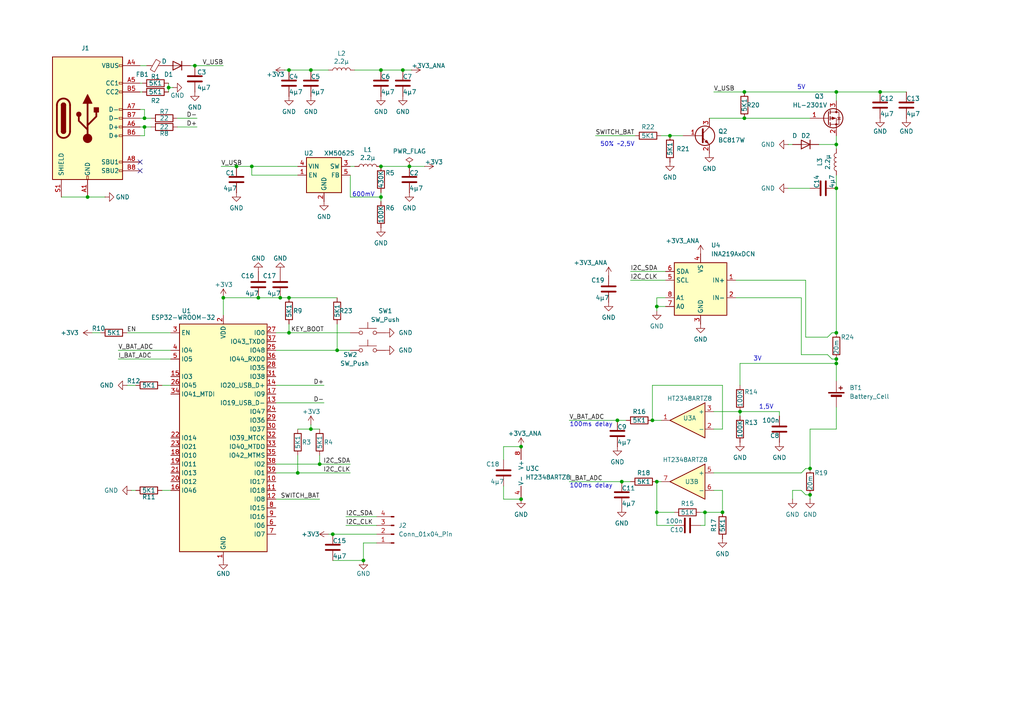
<source format=kicad_sch>
(kicad_sch (version 20231120) (generator "eeschema") (generator_version "8.0")
  (paper "A4")
  (junction (at 151.13 129.54))
  (junction (at 242.57 26.67))
  (junction (at 215.9 34.29))
  (junction (at 83.82 20.32))
  (junction (at 110.49 20.32))
  (junction (at 105.41 162.56))
  (junction (at 242.57 105.41))
  (junction (at 56.515 19.05))
  (junction (at 48.895 25.4))
  (junction (at 242.57 41.91))
  (junction (at 179.07 121.92))
  (junction (at 25.4 57.15))
  (junction (at 74.93 86.36))
  (junction (at 90.17 20.32))
  (junction (at 73.025 48.26))
  (junction (at 190.5 139.7))
  (junction (at 92.71 134.62))
  (junction (at 90.17 124.46))
  (junction (at 64.77 86.36))
  (junction (at 83.82 86.36))
  (junction (at 189.23 121.92))
  (junction (at 86.36 137.16))
  (junction (at 83.82 96.52))
  (junction (at 118.745 48.26) (diameter 0.9144))
  (junction (at 180.34 139.7))
  (junction (at 255.27 26.67))
  (junction (at 242.57 54.61))
  (junction (at 110.49 57.15) (diameter 0.9144))
  (junction (at 110.49 48.26))
  (junction (at 68.58 48.26))
  (junction (at 41.91 34.29))
  (junction (at 215.9 26.67))
  (junction (at 190.5 148.59))
  (junction (at 234.95 135.89))
  (junction (at 97.79 101.6))
  (junction (at 116.84 20.32))
  (junction (at 234.95 143.51))
  (junction (at 81.28 86.36))
  (junction (at 204.47 148.59))
  (junction (at 194.31 39.37))
  (junction (at 151.13 144.78))
  (junction (at 41.91 36.83))
  (junction (at 190.5 88.9))
  (junction (at 214.63 119.38))
  (junction (at 96.52 154.94))
  (junction (at 242.57 104.14))
  (junction (at 209.55 148.59))
  (junction (at 242.57 96.52))
  (no_connect (at 40.64 46.99))
  (no_connect (at 40.64 49.53))
  (wire (pts (xy 64.77 86.36) (xy 74.93 86.36)))
  (wire (pts (xy 80.01 116.84) (xy 93.98 116.84)))
  (wire (pts (xy 110.49 20.32) (xy 116.84 20.32)))
  (wire (pts (xy 90.17 124.46) (xy 86.36 124.46)))
  (wire (pts (xy 48.895 25.4) (xy 48.895 26.67)))
  (wire (pts (xy 110.49 57.15) (xy 110.49 58.42)))
  (wire (pts (xy 207.01 119.38) (xy 214.63 119.38)))
  (wire (pts (xy 242.57 105.41) (xy 242.57 110.49)))
  (wire (pts (xy 146.05 144.78) (xy 151.13 144.78)))
  (wire (pts (xy 242.57 54.61) (xy 242.57 96.52)))
  (wire (pts (xy 232.41 142.24) (xy 233.68 143.51)))
  (wire (pts (xy 38.1 142.24) (xy 39.37 142.24)))
  (wire (pts (xy 82.55 20.32) (xy 83.82 20.32)))
  (wire (pts (xy 214.63 119.38) (xy 214.63 120.65)))
  (wire (pts (xy 233.68 135.89) (xy 234.95 135.89)))
  (wire (pts (xy 40.64 36.83) (xy 41.91 36.83)))
  (wire (pts (xy 214.63 111.76) (xy 214.63 105.41)))
  (wire (pts (xy 194.31 39.37) (xy 198.12 39.37)))
  (wire (pts (xy 40.64 34.29) (xy 41.91 34.29)))
  (wire (pts (xy 203.2 152.4) (xy 204.47 152.4)))
  (wire (pts (xy 234.95 143.51) (xy 234.95 144.78)))
  (wire (pts (xy 190.5 148.59) (xy 190.5 139.7)))
  (wire (pts (xy 229.87 142.24) (xy 232.41 142.24)))
  (wire (pts (xy 92.71 134.62) (xy 101.6 134.62)))
  (wire (pts (xy 189.23 121.92) (xy 191.77 121.92)))
  (wire (pts (xy 102.87 48.26) (xy 101.6 48.26)))
  (wire (pts (xy 25.4 57.15) (xy 30.48 57.15)))
  (wire (pts (xy 232.41 137.16) (xy 233.68 135.89)))
  (wire (pts (xy 146.05 140.97) (xy 146.05 144.78)))
  (wire (pts (xy 172.72 39.37) (xy 184.15 39.37)))
  (wire (pts (xy 213.36 81.28) (xy 233.68 81.28)))
  (wire (pts (xy 189.23 111.76) (xy 189.23 121.92)))
  (wire (pts (xy 233.68 97.79) (xy 240.03 97.79)))
  (wire (pts (xy 226.06 119.38) (xy 214.63 119.38)))
  (wire (pts (xy 80.01 134.62) (xy 92.71 134.62)))
  (wire (pts (xy 41.91 34.29) (xy 43.815 34.29)))
  (wire (pts (xy 207.01 137.16) (xy 232.41 137.16)))
  (wire (pts (xy 242.57 26.67) (xy 255.27 26.67)))
  (wire (pts (xy 80.01 137.16) (xy 86.36 137.16)))
  (wire (pts (xy 118.745 48.26) (xy 123.19 48.26)))
  (wire (pts (xy 74.93 86.36) (xy 81.28 86.36)))
  (wire (pts (xy 80.01 101.6) (xy 97.79 101.6)))
  (wire (pts (xy 189.23 111.76) (xy 209.55 111.76)))
  (wire (pts (xy 73.025 48.26) (xy 86.36 48.26)))
  (wire (pts (xy 213.36 86.36) (xy 232.41 86.36)))
  (wire (pts (xy 182.88 78.74) (xy 193.04 78.74)))
  (wire (pts (xy 204.47 148.59) (xy 209.55 148.59)))
  (wire (pts (xy 182.88 81.28) (xy 193.04 81.28)))
  (wire (pts (xy 86.36 132.08) (xy 86.36 137.16)))
  (wire (pts (xy 242.57 39.37) (xy 242.57 41.91)))
  (wire (pts (xy 49.53 111.76) (xy 46.99 111.76)))
  (wire (pts (xy 240.03 97.79) (xy 241.3 96.52)))
  (wire (pts (xy 40.64 19.05) (xy 42.545 19.05)))
  (wire (pts (xy 68.58 48.26) (xy 73.025 48.26)))
  (wire (pts (xy 105.41 162.56) (xy 105.41 157.48)))
  (wire (pts (xy 190.5 86.36) (xy 190.5 88.9)))
  (wire (pts (xy 55.245 19.05) (xy 56.515 19.05)))
  (wire (pts (xy 40.64 31.75) (xy 41.91 31.75)))
  (wire (pts (xy 226.06 120.65) (xy 226.06 119.38)))
  (wire (pts (xy 242.57 118.11) (xy 242.57 124.46)))
  (wire (pts (xy 40.64 24.13) (xy 41.275 24.13)))
  (wire (pts (xy 105.41 157.48) (xy 109.22 157.48)))
  (wire (pts (xy 36.83 111.76) (xy 39.37 111.76)))
  (wire (pts (xy 56.515 19.05) (xy 64.77 19.05)))
  (wire (pts (xy 41.91 31.75) (xy 41.91 34.29)))
  (wire (pts (xy 242.57 50.8) (xy 242.57 54.61)))
  (wire (pts (xy 34.29 101.6) (xy 49.53 101.6)))
  (wire (pts (xy 80.01 144.78) (xy 92.71 144.78)))
  (wire (pts (xy 102.87 20.32) (xy 110.49 20.32)))
  (wire (pts (xy 229.87 142.24) (xy 229.87 144.78)))
  (wire (pts (xy 232.41 86.36) (xy 232.41 102.87)))
  (wire (pts (xy 97.79 93.98) (xy 97.79 101.6)))
  (wire (pts (xy 205.74 34.29) (xy 215.9 34.29)))
  (wire (pts (xy 116.84 20.32) (xy 119.38 20.32)))
  (wire (pts (xy 95.25 154.94) (xy 96.52 154.94)))
  (wire (pts (xy 83.82 86.36) (xy 97.79 86.36)))
  (wire (pts (xy 215.9 34.29) (xy 234.95 34.29)))
  (wire (pts (xy 214.63 105.41) (xy 242.57 105.41)))
  (wire (pts (xy 96.52 154.94) (xy 109.22 154.94)))
  (wire (pts (xy 209.55 142.24) (xy 209.55 148.59)))
  (wire (pts (xy 255.27 26.67) (xy 262.89 26.67)))
  (wire (pts (xy 190.5 139.7) (xy 191.77 139.7)))
  (wire (pts (xy 83.82 96.52) (xy 101.6 96.52)))
  (wire (pts (xy 26.67 96.52) (xy 29.21 96.52)))
  (wire (pts (xy 40.64 26.67) (xy 41.275 26.67)))
  (wire (pts (xy 228.6 41.91) (xy 229.87 41.91)))
  (wire (pts (xy 207.01 124.46) (xy 209.55 124.46)))
  (wire (pts (xy 90.17 123.19) (xy 90.17 124.46)))
  (wire (pts (xy 242.57 26.67) (xy 242.57 29.21)))
  (wire (pts (xy 73.025 50.8) (xy 86.36 50.8)))
  (wire (pts (xy 180.34 139.7) (xy 182.88 139.7)))
  (wire (pts (xy 207.01 142.24) (xy 209.55 142.24)))
  (wire (pts (xy 86.36 137.16) (xy 101.6 137.16)))
  (wire (pts (xy 242.57 104.14) (xy 242.57 105.41)))
  (wire (pts (xy 195.58 152.4) (xy 190.5 152.4)))
  (wire (pts (xy 49.53 142.24) (xy 46.99 142.24)))
  (wire (pts (xy 228.6 54.61) (xy 234.95 54.61)))
  (wire (pts (xy 97.79 101.6) (xy 101.6 101.6)))
  (wire (pts (xy 237.49 41.91) (xy 242.57 41.91)))
  (wire (pts (xy 240.03 102.87) (xy 241.3 104.14)))
  (wire (pts (xy 193.04 88.9) (xy 190.5 88.9)))
  (wire (pts (xy 233.68 81.28) (xy 233.68 97.79)))
  (wire (pts (xy 51.435 36.83) (xy 57.15 36.83)))
  (wire (pts (xy 190.5 88.9) (xy 190.5 90.17)))
  (wire (pts (xy 179.07 121.92) (xy 181.61 121.92)))
  (wire (pts (xy 41.91 36.83) (xy 43.815 36.83)))
  (wire (pts (xy 165.1 139.7) (xy 180.34 139.7)))
  (wire (pts (xy 50.165 25.4) (xy 48.895 25.4)))
  (wire (pts (xy 100.33 152.4) (xy 109.22 152.4)))
  (wire (pts (xy 242.57 41.91) (xy 242.57 43.18)))
  (wire (pts (xy 41.91 36.83) (xy 41.91 39.37)))
  (wire (pts (xy 242.57 124.46) (xy 234.95 124.46)))
  (wire (pts (xy 73.025 48.26) (xy 73.025 50.8)))
  (wire (pts (xy 191.77 39.37) (xy 194.31 39.37)))
  (wire (pts (xy 146.05 129.54) (xy 146.05 133.35)))
  (wire (pts (xy 101.6 50.8) (xy 101.6 57.15)))
  (wire (pts (xy 207.01 26.67) (xy 215.9 26.67)))
  (wire (pts (xy 64.135 48.26) (xy 68.58 48.26)))
  (wire (pts (xy 190.5 152.4) (xy 190.5 148.59)))
  (wire (pts (xy 90.17 124.46) (xy 92.71 124.46)))
  (wire (pts (xy 100.33 149.86) (xy 109.22 149.86)))
  (wire (pts (xy 203.2 148.59) (xy 204.47 148.59)))
  (wire (pts (xy 101.6 57.15) (xy 110.49 57.15)))
  (wire (pts (xy 195.58 148.59) (xy 190.5 148.59)))
  (wire (pts (xy 204.47 148.59) (xy 204.47 152.4)))
  (wire (pts (xy 241.3 96.52) (xy 242.57 96.52)))
  (wire (pts (xy 165.1 121.92) (xy 179.07 121.92)))
  (wire (pts (xy 110.49 55.88) (xy 110.49 57.15)))
  (wire (pts (xy 92.71 132.08) (xy 92.71 134.62)))
  (wire (pts (xy 83.82 93.98) (xy 83.82 96.52)))
  (wire (pts (xy 64.77 91.44) (xy 64.77 86.36)))
  (wire (pts (xy 215.9 26.67) (xy 242.57 26.67)))
  (wire (pts (xy 80.01 111.76) (xy 93.98 111.76)))
  (wire (pts (xy 209.55 111.76) (xy 209.55 124.46)))
  (wire (pts (xy 146.05 129.54) (xy 151.13 129.54)))
  (wire (pts (xy 241.3 104.14) (xy 242.57 104.14)))
  (wire (pts (xy 51.435 34.29) (xy 57.15 34.29)))
  (wire (pts (xy 90.17 20.32) (xy 95.25 20.32)))
  (wire (pts (xy 48.895 24.13) (xy 48.895 25.4)))
  (wire (pts (xy 36.83 96.52) (xy 49.53 96.52)))
  (wire (pts (xy 233.68 143.51) (xy 234.95 143.51)))
  (wire (pts (xy 110.49 48.26) (xy 118.745 48.26)))
  (wire (pts (xy 234.95 124.46) (xy 234.95 135.89)))
  (wire (pts (xy 193.04 86.36) (xy 190.5 86.36)))
  (wire (pts (xy 232.41 102.87) (xy 240.03 102.87)))
  (wire (pts (xy 83.82 20.32) (xy 90.17 20.32)))
  (wire (pts (xy 80.01 96.52) (xy 83.82 96.52)))
  (wire (pts (xy 81.28 86.36) (xy 83.82 86.36)))
  (wire (pts (xy 34.29 104.14) (xy 49.53 104.14)))
  (wire (pts (xy 40.64 39.37) (xy 41.91 39.37)))
  (wire (pts (xy 17.78 57.15) (xy 25.4 57.15)))
  (wire (pts (xy 96.52 162.56) (xy 105.41 162.56)))
  (text "5V" (at 232.41 25.4 0) (effects (font (size 1.27 1.27))))
  (text "1,5V" (at 222.25 118.11 0) (effects (font (size 1.27 1.27))))
  (text "50% ~2,5V" (at 179.07 41.91 0) (effects (font (size 1.27 1.27))))
  (text "100ms delay" (at 171.45 140.97 0) (effects (font (size 1.27 1.27))))
  (text "3V" (at 219.71 104.14 0) (effects (font (size 1.27 1.27))))
  (text "600mV" (at 105.41 56.515 0) (effects (font (size 1.27 1.27))))
  (text "100ms delay" (at 171.45 123.19 0) (effects (font (size 1.27 1.27))))
  (label "D+" (at 93.98 111.76 180))
  (label "V_BAT_ADC" (at 34.29 101.6 0))
  (label "V_USB" (at 64.135 48.26 0))
  (label "D-" (at 57.15 34.29 180))
  (label "V_USB" (at 64.77 19.05 180))
  (label "KEY_BOOT" (at 93.98 96.52 180))
  (label "I2C_SDA" (at 182.88 78.74 0))
  (label "SWITCH_BAT" (at 92.71 144.78 180))
  (label "I2C_CLK" (at 182.88 81.28 0))
  (label "I2C_SDA" (at 101.6 134.62 180))
  (label "I2C_CLK" (at 101.6 137.16 180))
  (label "V_USB" (at 207.01 26.67 0))
  (label "D-" (at 93.98 116.84 180))
  (label "I_BAT_ADC" (at 34.29 104.14 0))
  (label "SWITCH_BAT" (at 172.72 39.37 0))
  (label "D+" (at 57.15 36.83 180))
  (label "I_BAT_ADC" (at 165.1 139.7 0))
  (label "V_BAT_ADC" (at 165.1 121.92 0))
  (label "I2C_CLK" (at 100.33 152.4 0))
  (label "EN" (at 36.83 96.52 0))
  (label "I2C_SDA" (at 100.33 149.86 0))
  (symbol (lib_id "Device:C") (at 176.53 83.82 0) (unit 1)
    (property "Reference" "C19" (at 171.45 81.28 0) (effects (justify left)))
    (property "Value" "4µ7" (at 172.72 86.36 0) (effects (justify left)))
    (property "Footprint" "Capacitor_SMD:C_1206_3216Metric" (effects (hide yes)))
    (property "Description" "25V" (effects (hide yes)))
    (property "LCSC" "C282809" (effects (hide yes)))
  )
  (symbol (lib_id "power:PWR_FLAG") (at 118.745 48.26 0) (unit 1)
    (property "Reference" "#FLG01" (effects (hide yes)))
    (property "Value" "PWR_FLAG" (at 118.745 43.8658 0))
  )
  (symbol (lib_id "Device:C") (at 262.89 30.48 0) (unit 1)
    (property "Reference" "C13" (at 262.89 28.575 0) (effects (justify left)))
    (property "Value" "4µ7" (at 262.89 33.02 0) (effects (justify left)))
    (property "Footprint" "Capacitor_SMD:C_1206_3216Metric" (effects (hide yes)))
    (property "Description" "25V" (effects (hide yes)))
    (property "LCSC" "C282809" (effects (hide yes)))
  )
  (symbol (lib_id "Device:R") (at 185.42 121.92 270) (mirror x) (unit 1)
    (property "Reference" "R16" (at 185.42 119.38 90))
    (property "Value" "5K1" (at 185.42 121.92 90))
    (property "Footprint" "Resistor_SMD:R_0603_1608Metric" (effects (hide yes)))
    (property "LCSC" "C26000" (effects (hide yes)))
  )
  (symbol (lib_id "power:+3V3") (at 95.25 154.94 90) (unit 1)
    (property "Reference" "#PWR040" (effects (hide yes)))
    (property "Value" "+3V3" (at 92.71 154.94 90) (effects (justify left)))
    (property "Description" "Power symbol creates a global label with name \"+3V3\"" (effects (hide yes)))
  )
  (symbol (lib_id "Device:C") (at 179.07 125.73 0) (unit 1)
    (property "Reference" "C9" (at 179.07 123.825 0) (effects (justify left)))
    (property "Value" "4µ7" (at 179.07 128.27 0) (effects (justify left)))
    (property "Footprint" "Capacitor_SMD:C_1206_3216Metric" (effects (hide yes)))
    (property "Description" "25V" (effects (hide yes)))
    (property "LCSC" "C282809" (effects (hide yes)))
  )
  (symbol (lib_id "Device:R") (at 242.57 100.33 0) (unit 1)
    (property "Reference" "R24" (at 243.84 97.79 0) (effects (justify left)))
    (property "Value" "20m" (at 242.57 102.87 90) (effects (justify left)))
    (property "Footprint" "Resistor_SMD:R_1206_3216Metric" (effects (hide yes)))
    (property "Description" "Resistor" (effects (hide yes)))
    (property "LCSC" "C516459" (effects (hide yes)))
  )
  (symbol (lib_id "Device:R") (at 83.82 90.17 0) (mirror x) (unit 1)
    (property "Reference" "R9" (at 86.36 90.17 0))
    (property "Value" "5K1" (at 83.82 90.17 90))
    (property "Footprint" "Resistor_SMD:R_0603_1608Metric" (effects (hide yes)))
    (property "LCSC" "C26000" (effects (hide yes)))
  )
  (symbol (lib_id "power:GND") (at 179.07 129.54 0) (unit 1)
    (property "Reference" "#PWR028" (effects (hide yes)))
    (property "Value" "GND" (at 179.07 133.985 0))
    (property "Description" "Power symbol creates a global label with name \"GND\" , ground" (effects (hide yes)))
  )
  (symbol (lib_id "power:+3V3") (at 203.2 73.66 0) (unit 1)
    (property "Reference" "#PWR033" (effects (hide yes)))
    (property "Value" "+3V3_ANA" (at 193.04 69.85 0) (effects (justify left)))
    (property "Description" "Power symbol creates a global label with name \"+3V3\"" (effects (hide yes)))
  )
  (symbol (lib_id "power:+3V3") (at 64.77 86.36 0) (unit 1)
    (property "Reference" "#PWR015" (effects (hide yes)))
    (property "Value" "+3V3" (at 62.23 82.55 0) (effects (justify left)))
    (property "Description" "Power symbol creates a global label with name \"+3V3\"" (effects (hide yes)))
  )
  (symbol (lib_id "power:GND") (at 228.6 41.91 270) (unit 1)
    (property "Reference" "#PWR034" (effects (hide yes)))
    (property "Value" "GND" (at 224.79 41.9099 90) (effects (justify right)))
    (property "Description" "Power symbol creates a global label with name \"GND\" , ground" (effects (hide yes)))
  )
  (symbol (lib_id "power:GND") (at 56.515 26.67 0) (unit 1)
    (property "Reference" "#PWR010" (effects (hide yes)))
    (property "Value" "GND" (at 56.515 31.115 0))
    (property "Description" "Power symbol creates a global label with name \"GND\" , ground" (effects (hide yes)))
  )
  (symbol (lib_id "power:GND") (at 90.17 27.94 0) (unit 1)
    (property "Reference" "#PWR020" (effects (hide yes)))
    (property "Value" "GND" (at 90.17 32.385 0))
    (property "Description" "Power symbol creates a global label with name \"GND\" , ground" (effects (hide yes)))
  )
  (symbol (lib_id "Device:R") (at 187.96 39.37 270) (mirror x) (unit 1)
    (property "Reference" "R22" (at 187.96 36.83 90))
    (property "Value" "5K1" (at 187.96 39.37 90))
    (property "Footprint" "Resistor_SMD:R_0603_1608Metric" (effects (hide yes)))
    (property "LCSC" "C26000" (effects (hide yes)))
  )
  (symbol (lib_id "Device:R") (at 110.49 62.23 0) (unit 1)
    (property "Reference" "R6" (at 111.76 60.325 0) (effects (justify left)))
    (property "Value" "100K" (at 110.49 64.77 90) (effects (justify left)))
    (property "Footprint" "Resistor_SMD:R_0603_1608Metric" (effects (hide yes)))
    (property "LCSC" "C15458" (effects (hide yes)))
  )
  (symbol (lib_id "Device:R") (at 214.63 124.46 0) (unit 1)
    (property "Reference" "R13" (at 215.9 122.555 0) (effects (justify left)))
    (property "Value" "100K" (at 214.63 127 90) (effects (justify left)))
    (property "Footprint" "Resistor_SMD:R_0603_1608Metric" (effects (hide yes)))
    (property "LCSC" "C15458" (effects (hide yes)))
  )
  (symbol (lib_id "Device:R") (at 45.085 26.67 90) (unit 1)
    (property "Reference" "R2" (at 45.085 29.21 90))
    (property "Value" "5K1" (at 45.085 26.67 90))
    (property "Footprint" "Resistor_SMD:R_0603_1608Metric" (effects (hide yes)))
    (property "LCSC" "C26000" (effects (hide yes)))
  )
  (symbol (lib_id "Device:C") (at 199.39 152.4 270) (unit 1)
    (property "Reference" "C10" (at 194.31 153.67 90) (effects (justify left)))
    (property "Value" "100n" (at 193.04 151.13 90) (effects (justify left)))
    (property "Footprint" "Capacitor_SMD:C_0603_1608Metric" (effects (hide yes)))
  )
  (symbol (lib_id "Device:Q_PMOS_GSD") (at 240.03 34.29 0) (unit 1)
    (property "Reference" "Q3" (at 236.22 27.94 0) (effects (justify left)))
    (property "Value" "HL-2301V" (at 229.87 30.48 0) (effects (justify left)))
    (property "Footprint" "Package_TO_SOT_SMD:SOT-23" (effects (hide yes)))
    (property "Description" "P-MOSFET transistor, gate/source/drain" (effects (hide yes)))
    (property "LCSC" "C7499856" (effects (hide yes)))
  )
  (symbol (lib_id "Device:C") (at 74.93 82.55 0) (unit 1)
    (property "Reference" "C16" (at 69.85 80.01 0) (effects (justify left)))
    (property "Value" "4µ7" (at 71.12 85.09 0) (effects (justify left)))
    (property "Footprint" "Capacitor_SMD:C_1206_3216Metric" (effects (hide yes)))
    (property "Description" "25V" (effects (hide yes)))
    (property "LCSC" "C282809" (effects (hide yes)))
  )
  (symbol (lib_id "Device:C") (at 81.28 82.55 0) (unit 1)
    (property "Reference" "C17" (at 76.2 80.01 0) (effects (justify left)))
    (property "Value" "4µ7" (at 77.47 85.09 0) (effects (justify left)))
    (property "Footprint" "Capacitor_SMD:C_1206_3216Metric" (effects (hide yes)))
    (property "Description" "25V" (effects (hide yes)))
    (property "LCSC" "C282809" (effects (hide yes)))
  )
  (symbol (lib_id "Device:FerriteBead_Small") (at 45.085 19.05 90) (unit 1)
    (property "Reference" "FB1" (at 41.275 21.59 90))
    (property "Value" "FerriteBead_Small" (effects (hide yes)))
    (property "Footprint" "Inductor_SMD:L_0805_2012Metric" (effects (hide yes)))
    (property "Description" "600R 100MHz 100mOhm 2Amp" (effects (hide yes)))
    (property "LCSC" "C963878" (effects (hide yes)))
  )
  (symbol (lib_id "Device:R") (at 214.63 115.57 0) (unit 1)
    (property "Reference" "R14" (at 215.9 113.665 0) (effects (justify left)))
    (property "Value" "100K" (at 214.63 118.11 90) (effects (justify left)))
    (property "Footprint" "Resistor_SMD:R_0603_1608Metric" (effects (hide yes)))
    (property "LCSC" "C15458" (effects (hide yes)))
  )
  (symbol (lib_id "power:GND") (at 50.165 25.4 90) (unit 1)
    (property "Reference" "#PWR09" (effects (hide yes)))
    (property "Value" "GND" (at 49.403 27.686 90) (effects (justify right)))
    (property "Description" "Power symbol creates a global label with name \"GND\" , ground" (effects (hide yes)))
  )
  (symbol (lib_id "Connector:USB_C_Receptacle_USB2.0_16P") (at 25.4 34.29 0) (unit 1)
    (property "Reference" "J1" (at 24.765 13.97 0))
    (property "Value" "USB_C_Receptacle_USB2.0_16P" (effects (hide yes)))
    (property "Footprint" "Connector_USB:USB_C_Receptacle_HRO_TYPE-C-31-M-12" (effects (hide yes)))
    (property "Datasheet" "https://www.usb.org/sites/default/files/documents/usb_type-c.zip" (effects (hide yes)))
    (property "Description" "USB 2.0-only 16P Type-C Receptacle connector" (effects (hide yes)))
    (property "LCSC" "C165948" (effects (hide yes)))
  )
  (symbol (lib_id "Device:R") (at 47.625 34.29 270) (unit 1)
    (property "Reference" "R7" (at 47.625 32.385 90))
    (property "Value" "22" (at 47.625 34.29 90))
    (property "Footprint" "Resistor_SMD:R_0603_1608Metric" (effects (hide yes)))
    (property "LCSC" "C1203" (effects (hide yes)))
  )
  (symbol (lib_id "Device:C") (at 255.27 30.48 0) (unit 1)
    (property "Reference" "C12" (at 255.27 28.575 0) (effects (justify left)))
    (property "Value" "4µ7" (at 255.27 33.02 0) (effects (justify left)))
    (property "Footprint" "Capacitor_SMD:C_1206_3216Metric" (effects (hide yes)))
    (property "Description" "25V" (effects (hide yes)))
    (property "LCSC" "C282809" (effects (hide yes)))
  )
  (symbol (lib_id "power:GND") (at 83.82 27.94 0) (unit 1)
    (property "Reference" "#PWR019" (effects (hide yes)))
    (property "Value" "GND" (at 83.82 32.385 0))
    (property "Description" "Power symbol creates a global label with name \"GND\" , ground" (effects (hide yes)))
  )
  (symbol (lib_id "power:GND") (at 111.76 96.52 90) (unit 1)
    (property "Reference" "#PWR011" (effects (hide yes)))
    (property "Value" "GND" (at 115.57 96.5199 90) (effects (justify right)))
    (property "Description" "Power symbol creates a global label with name \"GND\" , ground" (effects (hide yes)))
  )
  (symbol (lib_id "power:+3V3") (at 82.55 20.32 90) (unit 1)
    (property "Reference" "#PWR018" (effects (hide yes)))
    (property "Value" "+3V3" (at 82.55 21.59 90) (effects (justify left)))
    (property "Description" "Power symbol creates a global label with name \"+3V3\"" (effects (hide yes)))
  )
  (symbol (lib_id "Device:R") (at 97.79 90.17 0) (mirror x) (unit 1)
    (property "Reference" "R23" (at 100.33 90.17 0))
    (property "Value" "5K1" (at 97.79 90.17 90))
    (property "Footprint" "Resistor_SMD:R_0603_1608Metric" (effects (hide yes)))
    (property "LCSC" "C26000" (effects (hide yes)))
  )
  (symbol (lib_id "Device:L") (at 99.06 20.32 90) (unit 1)
    (property "Reference" "L2" (at 99.06 15.494 90))
    (property "Value" "2.2µ" (at 99.06 17.8054 90))
    (property "Footprint" "Inductor_SMD:L_1210_3225Metric_Pad1.42x2.65mm_HandSolder" (effects (hide yes)))
    (property "LCSC" "C3002559" (effects (hide yes)))
  )
  (symbol (lib_id "power:GND") (at 36.83 111.76 270) (unit 1)
    (property "Reference" "#PWR013" (effects (hide yes)))
    (property "Value" "GND" (at 33.02 111.7601 90) (effects (justify right)))
    (property "Description" "Power symbol creates a global label with name \"GND\" , ground" (effects (hide yes)))
  )
  (symbol (lib_id "Device:R") (at 199.39 148.59 270) (mirror x) (unit 1)
    (property "Reference" "R15" (at 199.39 146.05 90))
    (property "Value" "51K" (at 199.39 148.59 90))
    (property "Footprint" "Resistor_SMD:R_0603_1608Metric" (effects (hide yes)))
    (property "LCSC" "C26000" (effects (hide yes)))
  )
  (symbol (lib_id "power:GND") (at 190.5 90.17 0) (unit 1)
    (property "Reference" "#PWR023" (effects (hide yes)))
    (property "Value" "GND" (at 190.5 94.615 0))
    (property "Description" "Power symbol creates a global label with name \"GND\" , ground" (effects (hide yes)))
  )
  (symbol (lib_id "Device:D") (at 233.68 41.91 180) (unit 1)
    (property "Reference" "D2" (at 233.68 39.37 0))
    (property "Value" "D" (at 230.505 39.37 0))
    (property "Footprint" "Diode_SMD:Nexperia_CFP3_SOD-123W" (effects (hide yes)))
    (property "Description" "Diode" (effects (hide yes)))
    (property "Sim.Device" "D" (effects (hide yes)))
    (property "Sim.Pins" "1=K 2=A" (effects (hide yes)))
    (property "LCSC" "C5120763" (effects (hide yes)))
    (property "SOURCED" "ok" (effects (hide yes)))
  )
  (symbol (lib_id "Switch:SW_Push") (at 106.68 96.52 0) (unit 1)
    (property "Reference" "SW1" (at 111.76 90.17 0))
    (property "Value" "SW_Push" (at 111.76 92.71 0))
    (property "Footprint" "TheBrutzlers_Lib:microswitch" (effects (hide yes)))
    (property "Description" "Push button switch, generic, two pins" (effects (hide yes)))
  )
  (symbol (lib_id "power:GND") (at 81.28 78.74 180) (unit 1)
    (property "Reference" "#PWR044" (effects (hide yes)))
    (property "Value" "GND" (at 81.28 74.93 0))
    (property "Description" "Power symbol creates a global label with name \"GND\" , ground" (effects (hide yes)))
  )
  (symbol (lib_id "Device:C") (at 56.515 22.86 0) (unit 1)
    (property "Reference" "C3" (at 57.15 20.955 0) (effects (justify left)))
    (property "Value" "4µ7" (at 57.15 25.4 0) (effects (justify left)))
    (property "Footprint" "Capacitor_SMD:C_1206_3216Metric" (effects (hide yes)))
    (property "Description" "25V" (effects (hide yes)))
    (property "LCSC" "C282809" (effects (hide yes)))
  )
  (symbol (lib_id "power:GND") (at 93.98 58.42 0) (unit 1)
    (property "Reference" "#PWR05" (effects (hide yes)))
    (property "Value" "GND" (at 93.98 62.865 0))
    (property "Description" "Power symbol creates a global label with name \"GND\" , ground" (effects (hide yes)))
  )
  (symbol (lib_id "power:GND") (at 110.49 27.94 0) (unit 1)
    (property "Reference" "#PWR021" (effects (hide yes)))
    (property "Value" "GND" (at 110.49 32.385 0))
    (property "Description" "Power symbol creates a global label with name \"GND\" , ground" (effects (hide yes)))
  )
  (symbol (lib_id "power:GND") (at 234.95 144.78 0) (unit 1)
    (property "Reference" "#PWR025" (effects (hide yes)))
    (property "Value" "GND" (at 234.95 149.225 0))
    (property "Description" "Power symbol creates a global label with name \"GND\" , ground" (effects (hide yes)))
  )
  (symbol (lib_id "power:+3V3") (at 90.17 123.19 0) (unit 1)
    (property "Reference" "#PWR024" (effects (hide yes)))
    (property "Value" "+3V3" (at 87.63 119.38 0) (effects (justify left)))
    (property "Description" "Power symbol creates a global label with name \"+3V3\"" (effects (hide yes)))
  )
  (symbol (lib_id "power:GND") (at 262.89 34.29 0) (unit 1)
    (property "Reference" "#PWR036" (effects (hide yes)))
    (property "Value" "GND" (at 262.89 38.1 0))
    (property "Description" "Power symbol creates a global label with name \"GND\" , ground" (effects (hide yes)))
  )
  (symbol (lib_id "power:GND") (at 203.2 93.98 0) (unit 1)
    (property "Reference" "#PWR029" (effects (hide yes)))
    (property "Value" "GND" (at 203.2 98.425 0))
    (property "Description" "Power symbol creates a global label with name \"GND\" , ground" (effects (hide yes)))
  )
  (symbol (lib_id "Device:L") (at 106.68 48.26 90) (unit 1)
    (property "Reference" "L1" (at 106.68 43.434 90))
    (property "Value" "2.2µ" (at 106.68 45.7454 90))
    (property "Footprint" "Inductor_SMD:L_1210_3225Metric_Pad1.42x2.65mm_HandSolder" (effects (hide yes)))
    (property "LCSC" "C3002559" (effects (hide yes)))
  )
  (symbol (lib_id "power:GND") (at 74.93 78.74 180) (unit 1)
    (property "Reference" "#PWR043" (effects (hide yes)))
    (property "Value" "GND" (at 74.93 74.93 0))
    (property "Description" "Power symbol creates a global label with name \"GND\" , ground" (effects (hide yes)))
  )
  (symbol (lib_id "power:+3V3") (at 123.19 48.26 270) (unit 1)
    (property "Reference" "#PWR08" (effects (hide yes)))
    (property "Value" "+3V3" (at 123.19 46.99 90) (effects (justify left)))
    (property "Description" "Power symbol creates a global label with name \"+3V3\"" (effects (hide yes)))
  )
  (symbol (lib_id "Device:R") (at 186.69 139.7 270) (mirror x) (unit 1)
    (property "Reference" "R18" (at 186.69 137.16 90))
    (property "Value" "5K1" (at 186.69 139.7 90))
    (property "Footprint" "Resistor_SMD:R_0603_1608Metric" (effects (hide yes)))
    (property "LCSC" "C26000" (effects (hide yes)))
  )
  (symbol (lib_id "Device:R") (at 209.55 152.4 0) (mirror y) (unit 1)
    (property "Reference" "R17" (at 207.01 152.4 90))
    (property "Value" "5K1" (at 209.55 152.4 90))
    (property "Footprint" "Resistor_SMD:R_0603_1608Metric" (effects (hide yes)))
    (property "LCSC" "C26000" (effects (hide yes)))
  )
  (symbol (lib_id "power:GND") (at 229.87 144.78 0) (unit 1)
    (property "Reference" "#PWR031" (effects (hide yes)))
    (property "Value" "GND" (at 229.87 149.225 0))
    (property "Description" "Power symbol creates a global label with name \"GND\" , ground" (effects (hide yes)))
  )
  (symbol (lib_id "power:GND") (at 105.41 162.56 0) (mirror y) (unit 1)
    (property "Reference" "#PWR041" (effects (hide yes)))
    (property "Value" "GND" (at 105.41 166.37 0))
    (property "Description" "Power symbol creates a global label with name \"GND\" , ground" (effects (hide yes)))
  )
  (symbol (lib_id "Device:R") (at 215.9 30.48 0) (mirror x) (unit 1)
    (property "Reference" "R20" (at 218.44 30.48 0))
    (property "Value" "5K1" (at 215.9 30.48 90))
    (property "Footprint" "Resistor_SMD:R_0603_1608Metric" (effects (hide yes)))
    (property "LCSC" "C26000" (effects (hide yes)))
  )
  (symbol (lib_id "Device:C") (at 226.06 124.46 180) (unit 1)
    (property "Reference" "C8" (at 226.06 126.365 0) (effects (justify left)))
    (property "Value" "100n" (at 226.06 121.92 0) (effects (justify left)))
    (property "Footprint" "Capacitor_SMD:C_0603_1608Metric" (effects (hide yes)))
  )
  (symbol (lib_id "power:GND") (at 64.77 162.56 0) (mirror y) (unit 1)
    (property "Reference" "#PWR016" (effects (hide yes)))
    (property "Value" "GND" (at 64.77 166.37 0))
    (property "Description" "Power symbol creates a global label with name \"GND\" , ground" (effects (hide yes)))
  )
  (symbol (lib_id "Device:R") (at 43.18 111.76 90) (mirror x) (unit 1)
    (property "Reference" "R12" (at 38.735 110.49 90))
    (property "Value" "5K1" (at 43.18 111.76 90))
    (property "Footprint" "Resistor_SMD:R_0603_1608Metric" (effects (hide yes)))
    (property "LCSC" "C26000" (effects (hide yes)))
  )
  (symbol (lib_id "Device:R") (at 194.31 43.18 0) (mirror x) (unit 1)
    (property "Reference" "R21" (at 198.12 43.18 0))
    (property "Value" "5K1" (at 194.31 43.18 90))
    (property "Footprint" "Resistor_SMD:R_0603_1608Metric" (effects (hide yes)))
    (property "LCSC" "C26000" (effects (hide yes)))
  )
  (symbol (lib_id "power:GND") (at 214.63 128.27 0) (unit 1)
    (property "Reference" "#PWR027" (effects (hide yes)))
    (property "Value" "GND" (at 214.63 132.715 0))
    (property "Description" "Power symbol creates a global label with name \"GND\" , ground" (effects (hide yes)))
  )
  (symbol (lib_id "Device:C") (at 146.05 137.16 0) (unit 1)
    (property "Reference" "C18" (at 140.97 134.62 0) (effects (justify left)))
    (property "Value" "4µ7" (at 142.24 139.7 0) (effects (justify left)))
    (property "Footprint" "Capacitor_SMD:C_1206_3216Metric" (effects (hide yes)))
    (property "Description" "25V" (effects (hide yes)))
    (property "LCSC" "C282809" (effects (hide yes)))
  )
  (symbol (lib_id "Device:R") (at 33.02 96.52 90) (mirror x) (unit 1)
    (property "Reference" "R10" (at 28.575 95.25 90))
    (property "Value" "5K1" (at 33.02 96.52 90))
    (property "Footprint" "Resistor_SMD:R_0603_1608Metric" (effects (hide yes)))
    (property "LCSC" "C26000" (effects (hide yes)))
  )
  (symbol (lib_id "Device:C") (at 90.17 24.13 0) (unit 1)
    (property "Reference" "C5" (at 90.17 22.225 0) (effects (justify left)))
    (property "Value" "4µ7" (at 90.17 26.67 0) (effects (justify left)))
    (property "Footprint" "Capacitor_SMD:C_1206_3216Metric" (effects (hide yes)))
    (property "Description" "25V" (effects (hide yes)))
    (property "LCSC" "C282809" (effects (hide yes)))
  )
  (symbol (lib_id "power:+3V3") (at 176.53 80.01 0) (unit 1)
    (property "Reference" "#PWR045" (effects (hide yes)))
    (property "Value" "+3V3_ANA" (at 166.37 76.2 0) (effects (justify left)))
    (property "Description" "Power symbol creates a global label with name \"+3V3\"" (effects (hide yes)))
  )
  (symbol (lib_id "Device:C") (at 118.745 52.07 0) (unit 1)
    (property "Reference" "C2" (at 118.745 50.165 0) (effects (justify left)))
    (property "Value" "4µ7" (at 118.745 54.61 0) (effects (justify left)))
    (property "Footprint" "Capacitor_SMD:C_1206_3216Metric" (effects (hide yes)))
    (property "Description" "25V" (effects (hide yes)))
    (property "LCSC" "C282809" (effects (hide yes)))
  )
  (symbol (lib_id "power:GND") (at 111.76 101.6 90) (unit 1)
    (property "Reference" "#PWR012" (effects (hide yes)))
    (property "Value" "GND" (at 115.57 101.5999 90) (effects (justify right)))
    (property "Description" "Power symbol creates a global label with name \"GND\" , ground" (effects (hide yes)))
  )
  (symbol (lib_id "Transistor_BJT:BC817W") (at 203.2 39.37 0) (unit 1)
    (property "Reference" "Q2" (at 208.28 38.0999 0) (effects (justify left)))
    (property "Value" "BC817W" (at 208.28 40.6399 0) (effects (justify left)))
    (property "Footprint" "Package_TO_SOT_SMD:SOT-323_SC-70" (effects (hide yes)))
    (property "Datasheet" "https://www.onsemi.com/pub/Collateral/BC818-D.pdf" (effects (hide yes)))
    (property "Description" "0.8A Ic, 45V Vce, NPN Transistor, SOT-323" (effects (hide yes)))
  )
  (symbol (lib_id "power:GND") (at 205.74 44.45 0) (unit 1)
    (property "Reference" "#PWR037" (effects (hide yes)))
    (property "Value" "GND" (at 205.74 48.895 0))
    (property "Description" "Power symbol creates a global label with name \"GND\" , ground" (effects (hide yes)))
  )
  (symbol (lib_id "Device:R") (at 43.18 142.24 90) (unit 1)
    (property "Reference" "R11" (at 43.18 144.145 90))
    (property "Value" "5K1" (at 43.18 142.24 90))
    (property "Footprint" "Resistor_SMD:R_0603_1608Metric" (effects (hide yes)))
    (property "LCSC" "C26000" (effects (hide yes)))
  )
  (symbol (lib_id "Device:C") (at 180.34 143.51 0) (unit 1)
    (property "Reference" "C11" (at 180.34 141.605 0) (effects (justify left)))
    (property "Value" "4µ7" (at 180.34 146.05 0) (effects (justify left)))
    (property "Footprint" "Capacitor_SMD:C_1206_3216Metric" (effects (hide yes)))
    (property "Description" "25V" (effects (hide yes)))
    (property "LCSC" "C282809" (effects (hide yes)))
  )
  (symbol (lib_id "Device:C") (at 238.76 54.61 90) (unit 1)
    (property "Reference" "C14" (at 236.855 54.61 0) (effects (justify left)))
    (property "Value" "4µ7" (at 241.3 54.61 0) (effects (justify left)))
    (property "Footprint" "Capacitor_SMD:C_1206_3216Metric" (effects (hide yes)))
    (property "Description" "25V" (effects (hide yes)))
    (property "LCSC" "C282809" (effects (hide yes)))
  )
  (symbol (lib_id "Amplifier_Operational:OPA2994xD") (at 153.67 137.16 0) (unit 3)
    (property "Reference" "U3" (at 152.4 135.8899 0) (effects (justify left)))
    (property "Value" "HT2348ARTZ8" (at 152.4 138.4299 0) (effects (justify left)))
    (property "Footprint" "Package_TO_SOT_SMD:TSOT-23-8" (effects (hide yes)))
    (property "Datasheet" "https://www.ti.com/lit/ds/symlink/opa2994.pdf" (effects (hide yes)))
    (property "Description" "Dual Opamp, Rail-to-Rail Input/Output, Unlimited Capacitive Load Drive, 125mA Output Current, 2-32V, 350uV offset, 24MHz GBW, SOIC-8" (effects (hide yes)))
    (property "LCSC" "C5143016" (effects (hide yes)))
    (property "SOURCED" "ok" (effects (hide yes)))
  )
  (symbol (lib_id "Device:C") (at 96.52 158.75 0) (unit 1)
    (property "Reference" "C15" (at 96.52 156.845 0) (effects (justify left)))
    (property "Value" "4µ7" (at 96.52 161.29 0) (effects (justify left)))
    (property "Footprint" "Capacitor_SMD:C_1206_3216Metric" (effects (hide yes)))
    (property "Description" "25V" (effects (hide yes)))
    (property "LCSC" "C282809" (effects (hide yes)))
  )
  (symbol (lib_id "Device:L") (at 242.57 46.99 180) (unit 1)
    (property "Reference" "L3" (at 237.744 46.99 90))
    (property "Value" "2.2µ" (at 240.0554 46.99 90))
    (property "Footprint" "Inductor_SMD:L_1210_3225Metric_Pad1.42x2.65mm_HandSolder" (effects (hide yes)))
    (property "LCSC" "C3002559" (effects (hide yes)))
  )
  (symbol (lib_id "power:GND") (at 255.27 34.29 0) (unit 1)
    (property "Reference" "#PWR035" (effects (hide yes)))
    (property "Value" "GND" (at 255.27 38.1 0))
    (property "Description" "Power symbol creates a global label with name \"GND\" , ground" (effects (hide yes)))
  )
  (symbol (lib_id "Device:Battery_Cell") (at 242.57 115.57 0) (unit 1)
    (property "Reference" "BT1" (at 246.38 112.4584 0) (effects (justify left)))
    (property "Value" "Battery_Cell" (at 246.38 114.9984 0) (effects (justify left)))
    (property "Footprint" "Connector_PinHeader_2.54mm:PinHeader_1x02_P2.54mm_Vertical" (effects (hide yes)))
    (property "Description" "Single-cell battery" (effects (hide yes)))
  )
  (symbol (lib_id "power:GND") (at 180.34 147.32 0) (unit 1)
    (property "Reference" "#PWR032" (effects (hide yes)))
    (property "Value" "GND" (at 180.34 151.765 0))
    (property "Description" "Power symbol creates a global label with name \"GND\" , ground" (effects (hide yes)))
  )
  (symbol (lib_id "Device:C") (at 83.82 24.13 0) (unit 1)
    (property "Reference" "C4" (at 83.82 22.225 0) (effects (justify left)))
    (property "Value" "4µ7" (at 83.82 26.67 0) (effects (justify left)))
    (property "Footprint" "Capacitor_SMD:C_1206_3216Metric" (effects (hide yes)))
    (property "Description" "25V" (effects (hide yes)))
    (property "LCSC" "C282809" (effects (hide yes)))
  )
  (symbol (lib_id "Device:R") (at 45.085 24.13 270) (unit 1)
    (property "Reference" "R1" (at 45.085 22.225 90))
    (property "Value" "5K1" (at 45.085 24.13 90))
    (property "Footprint" "Resistor_SMD:R_0603_1608Metric" (effects (hide yes)))
    (property "LCSC" "C26000" (effects (hide yes)))
  )
  (symbol (lib_id "power:GND") (at 228.6 54.61 270) (unit 1)
    (property "Reference" "#PWR039" (effects (hide yes)))
    (property "Value" "GND" (at 224.79 54.6099 90) (effects (justify right)))
    (property "Description" "Power symbol creates a global label with name \"GND\" , ground" (effects (hide yes)))
  )
  (symbol (lib_id "Connector:Conn_01x04_Pin") (at 114.3 154.94 180) (unit 1)
    (property "Reference" "J2" (at 115.57 152.3999 0) (effects (justify right)))
    (property "Value" "Conn_01x04_Pin" (at 115.57 154.9399 0) (effects (justify right)))
    (property "Footprint" "Connector_PinHeader_2.54mm:PinHeader_1x04_P2.54mm_Vertical" (effects (hide yes)))
    (property "Description" "Generic connector, single row, 01x04, script generated" (effects (hide yes)))
  )
  (symbol (lib_id "Device:C") (at 68.58 52.07 0) (unit 1)
    (property "Reference" "C1" (at 65.405 50.165 0) (effects (justify left)))
    (property "Value" "4µ7" (at 64.77 54.61 0) (effects (justify left)))
    (property "Footprint" "Capacitor_SMD:C_1206_3216Metric" (effects (hide yes)))
    (property "Description" "25V" (effects (hide yes)))
    (property "LCSC" "C282809" (effects (hide yes)))
  )
  (symbol (lib_id "power:+3V3") (at 26.67 96.52 90) (unit 1)
    (property "Reference" "#PWR042" (effects (hide yes)))
    (property "Value" "+3V3" (at 22.86 96.52 90) (effects (justify left)))
    (property "Description" "Power symbol creates a global label with name \"+3V3\"" (effects (hide yes)))
  )
  (symbol (lib_id "power:GND") (at 110.49 66.04 0) (unit 1)
    (property "Reference" "#PWR06" (effects (hide yes)))
    (property "Value" "GND" (at 110.49 70.485 0))
    (property "Description" "Power symbol creates a global label with name \"GND\" , ground" (effects (hide yes)))
  )
  (symbol (lib_id "Device:R") (at 86.36 128.27 0) (mirror x) (unit 1)
    (property "Reference" "R3" (at 88.9 128.27 0))
    (property "Value" "5K1" (at 86.36 128.27 90))
    (property "Footprint" "Resistor_SMD:R_0603_1608Metric" (effects (hide yes)))
    (property "LCSC" "C26000" (effects (hide yes)))
  )
  (symbol (lib_id "Regulator_Switching:TLV62568DBV") (at 93.98 50.8 0) (unit 1)
    (property "Reference" "U2" (at 89.535 44.45 0))
    (property "Value" "XM5062S" (at 98.425 44.45 0))
    (property "Footprint" "Package_TO_SOT_SMD:SOT-23-5" (effects (hide yes)))
    (property "Datasheet" "https://datasheet.lcsc.com/lcsc/2111231130_XySemi-XM5062S-ADJ_C2924930.pdf" (effects (hide yes)))
    (property "LCSC" "C2924930" (effects (hide yes)))
  )
  (symbol (lib_id "power:GND") (at 30.48 57.15 90) (unit 1)
    (property "Reference" "#PWR03" (effects (hide yes)))
    (property "Value" "GND" (at 35.56 57.15 90))
    (property "Description" "Power symbol creates a global label with name \"GND\" , ground" (effects (hide yes)))
  )
  (symbol (lib_id "Device:R") (at 47.625 36.83 90) (unit 1)
    (property "Reference" "R8" (at 47.625 38.735 90))
    (property "Value" "22" (at 47.625 36.83 90))
    (property "Footprint" "Resistor_SMD:R_0603_1608Metric" (effects (hide yes)))
    (property "LCSC" "C1203" (effects (hide yes)))
  )
  (symbol (lib_id "power:GND") (at 194.31 46.99 0) (unit 1)
    (property "Reference" "#PWR038" (effects (hide yes)))
    (property "Value" "GND" (at 194.31 51.435 0))
    (property "Description" "Power symbol creates a global label with name \"GND\" , ground" (effects (hide yes)))
  )
  (symbol (lib_id "power:GND") (at 38.1 142.24 270) (unit 1)
    (property "Reference" "#PWR014" (effects (hide yes)))
    (property "Value" "GND" (at 34.29 142.2401 90) (effects (justify right)))
    (property "Description" "Power symbol creates a global label with name \"GND\" , ground" (effects (hide yes)))
  )
  (symbol (lib_id "Device:R") (at 234.95 139.7 0) (unit 1)
    (property "Reference" "R19" (at 236.22 137.16 0) (effects (justify left)))
    (property "Value" "20m" (at 234.95 142.24 90) (effects (justify left)))
    (property "Footprint" "Resistor_SMD:R_1206_3216Metric" (effects (hide yes)))
    (property "Description" "Resistor" (effects (hide yes)))
    (property "LCSC" "C516459" (effects (hide yes)))
  )
  (symbol (lib_id "Device:R") (at 92.71 128.27 0) (mirror x) (unit 1)
    (property "Reference" "R4" (at 95.25 128.27 0))
    (property "Value" "5K1" (at 92.71 128.27 90))
    (property "Footprint" "Resistor_SMD:R_0603_1608Metric" (effects (hide yes)))
    (property "LCSC" "C26000" (effects (hide yes)))
  )
  (symbol (lib_id "Device:D") (at 51.435 19.05 180) (unit 1)
    (property "Reference" "D1" (at 48.895 21.59 0))
    (property "Value" "D" (at 47.625 17.78 0))
    (property "Footprint" "Diode_SMD:Nexperia_CFP3_SOD-123W" (effects (hide yes)))
    (property "Description" "Diode" (effects (hide yes)))
    (property "Sim.Device" "D" (effects (hide yes)))
    (property "Sim.Pins" "1=K 2=A" (effects (hide yes)))
    (property "LCSC" "C5120763" (effects (hide yes)))
  )
  (symbol (lib_id "power:+3V3") (at 119.38 20.32 270) (unit 1)
    (property "Reference" "#PWR04" (effects (hide yes)))
    (property "Value" "+3V3_ANA" (at 119.38 19.05 90) (effects (justify left)))
    (property "Description" "Power symbol creates a global label with name \"+3V3\"" (effects (hide yes)))
  )
  (symbol (lib_id "power:GND") (at 151.13 144.78 0) (unit 1)
    (property "Reference" "#PWR02" (effects (hide yes)))
    (property "Value" "GND" (at 151.13 149.225 0))
    (property "Description" "Power symbol creates a global label with name \"GND\" , ground" (effects (hide yes)))
  )
  (symbol (lib_id "power:GND") (at 226.06 128.27 0) (unit 1)
    (property "Reference" "#PWR026" (effects (hide yes)))
    (property "Value" "GND" (at 226.06 132.715 0))
    (property "Description" "Power symbol creates a global label with name \"GND\" , ground" (effects (hide yes)))
  )
  (symbol (lib_id "power:GND") (at 209.55 156.21 0) (unit 1)
    (property "Reference" "#PWR030" (effects (hide yes)))
    (property "Value" "GND" (at 209.55 160.655 0))
    (property "Description" "Power symbol creates a global label with name \"GND\" , ground" (effects (hide yes)))
  )
  (symbol (lib_id "power:GND") (at 116.84 27.94 0) (unit 1)
    (property "Reference" "#PWR022" (effects (hide yes)))
    (property "Value" "GND" (at 116.84 32.385 0))
    (property "Description" "Power symbol creates a global label with name \"GND\" , ground" (effects (hide yes)))
  )
  (symbol (lib_id "power:GND") (at 118.745 55.88 0) (unit 1)
    (property "Reference" "#PWR07" (effects (hide yes)))
    (property "Value" "GND" (at 118.745 60.325 0))
    (property "Description" "Power symbol creates a global label with name \"GND\" , ground" (effects (hide yes)))
  )
  (symbol (lib_id "power:GND") (at 176.53 87.63 0) (unit 1)
    (property "Reference" "#PWR046" (effects (hide yes)))
    (property "Value" "GND" (at 176.53 92.075 0))
    (property "Description" "Power symbol creates a global label with name \"GND\" , ground" (effects (hide yes)))
  )
  (symbol (lib_id "power:+3V3") (at 151.13 129.54 0) (unit 1)
    (property "Reference" "#PWR017" (effects (hide yes)))
    (property "Value" "+3V3_ANA" (at 147.32 125.73 0) (effects (justify left)))
    (property "Description" "Power symbol creates a global label with name \"+3V3\"" (effects (hide yes)))
  )
  (symbol (lib_id "Switch:SW_Push") (at 106.68 101.6 0) (unit 1)
    (property "Reference" "SW2" (at 101.6 102.87 0))
    (property "Value" "SW_Push" (at 102.87 105.41 0))
    (property "Footprint" "TheBrutzlers_Lib:microswitch" (effects (hide yes)))
    (property "Description" "Push button switch, generic, two pins" (effects (hide yes)))
  )
  (symbol (lib_id "Device:R") (at 110.49 52.07 0) (unit 1)
    (property "Reference" "R5" (at 111.76 50.165 0) (effects (justify left)))
    (property "Value" "430K" (at 110.49 54.61 90) (effects (justify left)))
    (property "Footprint" "Resistor_SMD:R_0603_1608Metric" (effects (hide yes)))
    (property "LCSC" "C25969" (effects (hide yes)))
  )
  (symbol (lib_id "Device:C") (at 110.49 24.13 0) (unit 1)
    (property "Reference" "C6" (at 110.49 22.225 0) (effects (justify left)))
    (property "Value" "4µ7" (at 110.49 26.67 0) (effects (justify left)))
    (property "Footprint" "Capacitor_SMD:C_1206_3216Metric" (effects (hide yes)))
    (property "Description" "25V" (effects (hide yes)))
    (property "LCSC" "C282809" (effects (hide yes)))
  )
  (symbol (lib_id "Amplifier_Operational:OPA2994xD") (at 199.39 139.7 0) (mirror y) (unit 2)
    (property "Reference" "U3" (at 200.66 139.7 0))
    (property "Value" "HT2348ARTZ8" (at 198.755 133.35 0))
    (property "Footprint" "Package_TO_SOT_SMD:TSOT-23-8" (effects (hide yes)))
    (property "Datasheet" "https://www.ti.com/lit/ds/symlink/opa2994.pdf" (effects (hide yes)))
    (property "Description" "Dual Opamp, Rail-to-Rail Input/Output, Unlimited Capacitive Load Drive, 125mA Output Current, 2-32V, 350uV offset, 24MHz GBW, SOIC-8" (effects (hide yes)))
    (property "LCSC" "C5143016" (effects (hide yes)))
    (property "SOURCED" "ok" (effects (hide yes)))
  )
  (symbol (lib_id "Amplifier_Operational:OPA2994xD") (at 199.39 121.92 0) (mirror y) (unit 1)
    (property "Reference" "U3" (at 200.025 121.285 0))
    (property "Value" "HT2348ARTZ8" (at 200.025 115.57 0))
    (property "Footprint" "Package_TO_SOT_SMD:TSOT-23-8" (effects (hide yes)))
    (property "Datasheet" "https://www.ti.com/lit/ds/symlink/opa2994.pdf" (effects (hide yes)))
    (property "Description" "Dual Opamp, Rail-to-Rail Input/Output, Unlimited Capacitive Load Drive, 125mA Output Current, 2-32V, 350uV offset, 24MHz GBW, SOIC-8" (effects (hide yes)))
    (property "LCSC" "C5143016" (effects (hide yes)))
    (property "SOURCED" "ok" (effects (hide yes)))
  )
  (symbol (lib_id "Sensor_Energy:INA219AxDCN") (at 203.2 83.82 0) (mirror y) (unit 1)
    (property "Reference" "U4" (at 206.2165 71.12 0) (effects (justify right)))
    (property "Value" "INA219AxDCN" (at 206.2165 73.66 0) (effects (justify right)))
    (property "Footprint" "Package_TO_SOT_SMD:SOT-23-8" (effects (hide yes)))
    (property "Datasheet" "http://www.ti.com/lit/ds/symlink/ina219.pdf" (effects (hide yes)))
    (property "Description" "Zero-Drift, Bidirectional Current/Power Monitor (0-26V) With I2C Interface, SOT-23-8" (effects (hide yes)))
  )
  (symbol (lib_id "theBrutzler:ESP32-S3-WROOM-N16R8") (at 64.77 127 0) (unit 1)
    (property "Reference" "U1" (at 52.705 90.17 0) (effects (justify left)))
    (property "Value" "ESP32-WROOM-32" (at 43.815 92.075 0) (effects (justify left)))
    (property "Footprint" "TheBrutzlers_Lib:ESP32-S3-WROOM-1" (effects (hide yes)))
    (property "Datasheet" "https://www.mouser.de/datasheet/2/891/esp32_s3_wroom_1_wroom_1u_datasheet_en-2930317.pdf" (effects (hide yes)))
    (property "Description" "RF Module, ESP32-S3-WROOM-1-N16R8 SoC, Wi-Fi 802.11b/g/n, Bluetooth, BLE, 32-bit, 2.7-3.6V, onboard antenna, SMD" (effects (hide yes)))
    (property "LCSC" "C2913201" (effects (hide yes)))
  )
  (symbol (lib_id "power:GND") (at 68.58 55.88 0) (unit 1)
    (property "Reference" "#PWR01" (effects (hide yes)))
    (property "Value" "GND" (at 68.58 60.325 0))
    (property "Description" "Power symbol creates a global label with name \"GND\" , ground" (effects (hide yes)))
  )
  (symbol (lib_id "Device:C") (at 116.84 24.13 0) (unit 1)
    (property "Reference" "C7" (at 116.84 22.225 0) (effects (justify left)))
    (property "Value" "4µ7" (at 116.84 26.67 0) (effects (justify left)))
    (property "Footprint" "Capacitor_SMD:C_1206_3216Metric" (effects (hide yes)))
    (property "Description" "25V" (effects (hide yes)))
    (property "LCSC" "C282809" (effects (hide yes)))
  )
)
</source>
